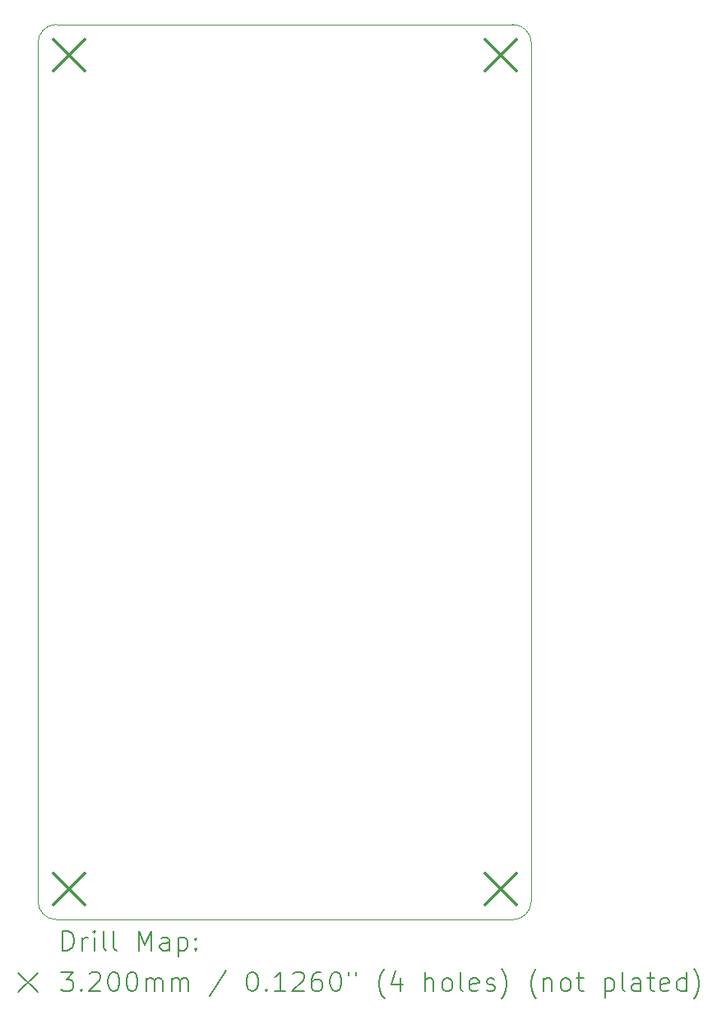
<source format=gbr>
%TF.GenerationSoftware,KiCad,Pcbnew,7.0.6*%
%TF.CreationDate,2023-08-30T11:20:02+03:00*%
%TF.ProjectId,atmegaStepperDriver,61746d65-6761-4537-9465-707065724472,V0.8.2*%
%TF.SameCoordinates,Original*%
%TF.FileFunction,Drillmap*%
%TF.FilePolarity,Positive*%
%FSLAX45Y45*%
G04 Gerber Fmt 4.5, Leading zero omitted, Abs format (unit mm)*
G04 Created by KiCad (PCBNEW 7.0.6) date 2023-08-30 11:20:02*
%MOMM*%
%LPD*%
G01*
G04 APERTURE LIST*
%ADD10C,0.100000*%
%ADD11C,0.200000*%
%ADD12C,0.320000*%
G04 APERTURE END LIST*
D10*
X7239000Y-14224000D02*
G75*
G03*
X7429500Y-14414500I190500J0D01*
G01*
X7429500Y-5207000D02*
G75*
G03*
X7239000Y-5397500I0J-190500D01*
G01*
X12319000Y-14224000D02*
X12319000Y-5397500D01*
X12128500Y-14414500D02*
G75*
G03*
X12319000Y-14224000I0J190500D01*
G01*
X7429500Y-5207000D02*
X12128500Y-5207000D01*
X12319000Y-5397500D02*
G75*
G03*
X12128500Y-5207000I-190500J0D01*
G01*
X12128500Y-14414500D02*
X7429500Y-14414500D01*
X7239000Y-14224000D02*
X7239000Y-5397500D01*
D11*
D12*
X7396500Y-5364500D02*
X7716500Y-5684500D01*
X7716500Y-5364500D02*
X7396500Y-5684500D01*
X7396500Y-13937000D02*
X7716500Y-14257000D01*
X7716500Y-13937000D02*
X7396500Y-14257000D01*
X11841500Y-5364500D02*
X12161500Y-5684500D01*
X12161500Y-5364500D02*
X11841500Y-5684500D01*
X11841500Y-13937000D02*
X12161500Y-14257000D01*
X12161500Y-13937000D02*
X11841500Y-14257000D01*
D11*
X7494777Y-14730984D02*
X7494777Y-14530984D01*
X7494777Y-14530984D02*
X7542396Y-14530984D01*
X7542396Y-14530984D02*
X7570967Y-14540508D01*
X7570967Y-14540508D02*
X7590015Y-14559555D01*
X7590015Y-14559555D02*
X7599539Y-14578603D01*
X7599539Y-14578603D02*
X7609062Y-14616698D01*
X7609062Y-14616698D02*
X7609062Y-14645269D01*
X7609062Y-14645269D02*
X7599539Y-14683365D01*
X7599539Y-14683365D02*
X7590015Y-14702412D01*
X7590015Y-14702412D02*
X7570967Y-14721460D01*
X7570967Y-14721460D02*
X7542396Y-14730984D01*
X7542396Y-14730984D02*
X7494777Y-14730984D01*
X7694777Y-14730984D02*
X7694777Y-14597650D01*
X7694777Y-14635746D02*
X7704301Y-14616698D01*
X7704301Y-14616698D02*
X7713824Y-14607174D01*
X7713824Y-14607174D02*
X7732872Y-14597650D01*
X7732872Y-14597650D02*
X7751920Y-14597650D01*
X7818586Y-14730984D02*
X7818586Y-14597650D01*
X7818586Y-14530984D02*
X7809062Y-14540508D01*
X7809062Y-14540508D02*
X7818586Y-14550031D01*
X7818586Y-14550031D02*
X7828110Y-14540508D01*
X7828110Y-14540508D02*
X7818586Y-14530984D01*
X7818586Y-14530984D02*
X7818586Y-14550031D01*
X7942396Y-14730984D02*
X7923348Y-14721460D01*
X7923348Y-14721460D02*
X7913824Y-14702412D01*
X7913824Y-14702412D02*
X7913824Y-14530984D01*
X8047158Y-14730984D02*
X8028110Y-14721460D01*
X8028110Y-14721460D02*
X8018586Y-14702412D01*
X8018586Y-14702412D02*
X8018586Y-14530984D01*
X8275729Y-14730984D02*
X8275729Y-14530984D01*
X8275729Y-14530984D02*
X8342396Y-14673841D01*
X8342396Y-14673841D02*
X8409063Y-14530984D01*
X8409063Y-14530984D02*
X8409063Y-14730984D01*
X8590015Y-14730984D02*
X8590015Y-14626222D01*
X8590015Y-14626222D02*
X8580491Y-14607174D01*
X8580491Y-14607174D02*
X8561444Y-14597650D01*
X8561444Y-14597650D02*
X8523348Y-14597650D01*
X8523348Y-14597650D02*
X8504301Y-14607174D01*
X8590015Y-14721460D02*
X8570967Y-14730984D01*
X8570967Y-14730984D02*
X8523348Y-14730984D01*
X8523348Y-14730984D02*
X8504301Y-14721460D01*
X8504301Y-14721460D02*
X8494777Y-14702412D01*
X8494777Y-14702412D02*
X8494777Y-14683365D01*
X8494777Y-14683365D02*
X8504301Y-14664317D01*
X8504301Y-14664317D02*
X8523348Y-14654793D01*
X8523348Y-14654793D02*
X8570967Y-14654793D01*
X8570967Y-14654793D02*
X8590015Y-14645269D01*
X8685253Y-14597650D02*
X8685253Y-14797650D01*
X8685253Y-14607174D02*
X8704301Y-14597650D01*
X8704301Y-14597650D02*
X8742396Y-14597650D01*
X8742396Y-14597650D02*
X8761444Y-14607174D01*
X8761444Y-14607174D02*
X8770967Y-14616698D01*
X8770967Y-14616698D02*
X8780491Y-14635746D01*
X8780491Y-14635746D02*
X8780491Y-14692888D01*
X8780491Y-14692888D02*
X8770967Y-14711936D01*
X8770967Y-14711936D02*
X8761444Y-14721460D01*
X8761444Y-14721460D02*
X8742396Y-14730984D01*
X8742396Y-14730984D02*
X8704301Y-14730984D01*
X8704301Y-14730984D02*
X8685253Y-14721460D01*
X8866205Y-14711936D02*
X8875729Y-14721460D01*
X8875729Y-14721460D02*
X8866205Y-14730984D01*
X8866205Y-14730984D02*
X8856682Y-14721460D01*
X8856682Y-14721460D02*
X8866205Y-14711936D01*
X8866205Y-14711936D02*
X8866205Y-14730984D01*
X8866205Y-14607174D02*
X8875729Y-14616698D01*
X8875729Y-14616698D02*
X8866205Y-14626222D01*
X8866205Y-14626222D02*
X8856682Y-14616698D01*
X8856682Y-14616698D02*
X8866205Y-14607174D01*
X8866205Y-14607174D02*
X8866205Y-14626222D01*
X7034000Y-14959500D02*
X7234000Y-15159500D01*
X7234000Y-14959500D02*
X7034000Y-15159500D01*
X7475729Y-14950984D02*
X7599539Y-14950984D01*
X7599539Y-14950984D02*
X7532872Y-15027174D01*
X7532872Y-15027174D02*
X7561443Y-15027174D01*
X7561443Y-15027174D02*
X7580491Y-15036698D01*
X7580491Y-15036698D02*
X7590015Y-15046222D01*
X7590015Y-15046222D02*
X7599539Y-15065269D01*
X7599539Y-15065269D02*
X7599539Y-15112888D01*
X7599539Y-15112888D02*
X7590015Y-15131936D01*
X7590015Y-15131936D02*
X7580491Y-15141460D01*
X7580491Y-15141460D02*
X7561443Y-15150984D01*
X7561443Y-15150984D02*
X7504301Y-15150984D01*
X7504301Y-15150984D02*
X7485253Y-15141460D01*
X7485253Y-15141460D02*
X7475729Y-15131936D01*
X7685253Y-15131936D02*
X7694777Y-15141460D01*
X7694777Y-15141460D02*
X7685253Y-15150984D01*
X7685253Y-15150984D02*
X7675729Y-15141460D01*
X7675729Y-15141460D02*
X7685253Y-15131936D01*
X7685253Y-15131936D02*
X7685253Y-15150984D01*
X7770967Y-14970031D02*
X7780491Y-14960508D01*
X7780491Y-14960508D02*
X7799539Y-14950984D01*
X7799539Y-14950984D02*
X7847158Y-14950984D01*
X7847158Y-14950984D02*
X7866205Y-14960508D01*
X7866205Y-14960508D02*
X7875729Y-14970031D01*
X7875729Y-14970031D02*
X7885253Y-14989079D01*
X7885253Y-14989079D02*
X7885253Y-15008127D01*
X7885253Y-15008127D02*
X7875729Y-15036698D01*
X7875729Y-15036698D02*
X7761443Y-15150984D01*
X7761443Y-15150984D02*
X7885253Y-15150984D01*
X8009062Y-14950984D02*
X8028110Y-14950984D01*
X8028110Y-14950984D02*
X8047158Y-14960508D01*
X8047158Y-14960508D02*
X8056682Y-14970031D01*
X8056682Y-14970031D02*
X8066205Y-14989079D01*
X8066205Y-14989079D02*
X8075729Y-15027174D01*
X8075729Y-15027174D02*
X8075729Y-15074793D01*
X8075729Y-15074793D02*
X8066205Y-15112888D01*
X8066205Y-15112888D02*
X8056682Y-15131936D01*
X8056682Y-15131936D02*
X8047158Y-15141460D01*
X8047158Y-15141460D02*
X8028110Y-15150984D01*
X8028110Y-15150984D02*
X8009062Y-15150984D01*
X8009062Y-15150984D02*
X7990015Y-15141460D01*
X7990015Y-15141460D02*
X7980491Y-15131936D01*
X7980491Y-15131936D02*
X7970967Y-15112888D01*
X7970967Y-15112888D02*
X7961443Y-15074793D01*
X7961443Y-15074793D02*
X7961443Y-15027174D01*
X7961443Y-15027174D02*
X7970967Y-14989079D01*
X7970967Y-14989079D02*
X7980491Y-14970031D01*
X7980491Y-14970031D02*
X7990015Y-14960508D01*
X7990015Y-14960508D02*
X8009062Y-14950984D01*
X8199539Y-14950984D02*
X8218586Y-14950984D01*
X8218586Y-14950984D02*
X8237634Y-14960508D01*
X8237634Y-14960508D02*
X8247158Y-14970031D01*
X8247158Y-14970031D02*
X8256682Y-14989079D01*
X8256682Y-14989079D02*
X8266205Y-15027174D01*
X8266205Y-15027174D02*
X8266205Y-15074793D01*
X8266205Y-15074793D02*
X8256682Y-15112888D01*
X8256682Y-15112888D02*
X8247158Y-15131936D01*
X8247158Y-15131936D02*
X8237634Y-15141460D01*
X8237634Y-15141460D02*
X8218586Y-15150984D01*
X8218586Y-15150984D02*
X8199539Y-15150984D01*
X8199539Y-15150984D02*
X8180491Y-15141460D01*
X8180491Y-15141460D02*
X8170967Y-15131936D01*
X8170967Y-15131936D02*
X8161443Y-15112888D01*
X8161443Y-15112888D02*
X8151920Y-15074793D01*
X8151920Y-15074793D02*
X8151920Y-15027174D01*
X8151920Y-15027174D02*
X8161443Y-14989079D01*
X8161443Y-14989079D02*
X8170967Y-14970031D01*
X8170967Y-14970031D02*
X8180491Y-14960508D01*
X8180491Y-14960508D02*
X8199539Y-14950984D01*
X8351920Y-15150984D02*
X8351920Y-15017650D01*
X8351920Y-15036698D02*
X8361443Y-15027174D01*
X8361443Y-15027174D02*
X8380491Y-15017650D01*
X8380491Y-15017650D02*
X8409063Y-15017650D01*
X8409063Y-15017650D02*
X8428110Y-15027174D01*
X8428110Y-15027174D02*
X8437634Y-15046222D01*
X8437634Y-15046222D02*
X8437634Y-15150984D01*
X8437634Y-15046222D02*
X8447158Y-15027174D01*
X8447158Y-15027174D02*
X8466205Y-15017650D01*
X8466205Y-15017650D02*
X8494777Y-15017650D01*
X8494777Y-15017650D02*
X8513825Y-15027174D01*
X8513825Y-15027174D02*
X8523348Y-15046222D01*
X8523348Y-15046222D02*
X8523348Y-15150984D01*
X8618586Y-15150984D02*
X8618586Y-15017650D01*
X8618586Y-15036698D02*
X8628110Y-15027174D01*
X8628110Y-15027174D02*
X8647158Y-15017650D01*
X8647158Y-15017650D02*
X8675729Y-15017650D01*
X8675729Y-15017650D02*
X8694777Y-15027174D01*
X8694777Y-15027174D02*
X8704301Y-15046222D01*
X8704301Y-15046222D02*
X8704301Y-15150984D01*
X8704301Y-15046222D02*
X8713825Y-15027174D01*
X8713825Y-15027174D02*
X8732872Y-15017650D01*
X8732872Y-15017650D02*
X8761444Y-15017650D01*
X8761444Y-15017650D02*
X8780491Y-15027174D01*
X8780491Y-15027174D02*
X8790015Y-15046222D01*
X8790015Y-15046222D02*
X8790015Y-15150984D01*
X9180491Y-14941460D02*
X9009063Y-15198603D01*
X9437634Y-14950984D02*
X9456682Y-14950984D01*
X9456682Y-14950984D02*
X9475729Y-14960508D01*
X9475729Y-14960508D02*
X9485253Y-14970031D01*
X9485253Y-14970031D02*
X9494777Y-14989079D01*
X9494777Y-14989079D02*
X9504301Y-15027174D01*
X9504301Y-15027174D02*
X9504301Y-15074793D01*
X9504301Y-15074793D02*
X9494777Y-15112888D01*
X9494777Y-15112888D02*
X9485253Y-15131936D01*
X9485253Y-15131936D02*
X9475729Y-15141460D01*
X9475729Y-15141460D02*
X9456682Y-15150984D01*
X9456682Y-15150984D02*
X9437634Y-15150984D01*
X9437634Y-15150984D02*
X9418587Y-15141460D01*
X9418587Y-15141460D02*
X9409063Y-15131936D01*
X9409063Y-15131936D02*
X9399539Y-15112888D01*
X9399539Y-15112888D02*
X9390015Y-15074793D01*
X9390015Y-15074793D02*
X9390015Y-15027174D01*
X9390015Y-15027174D02*
X9399539Y-14989079D01*
X9399539Y-14989079D02*
X9409063Y-14970031D01*
X9409063Y-14970031D02*
X9418587Y-14960508D01*
X9418587Y-14960508D02*
X9437634Y-14950984D01*
X9590015Y-15131936D02*
X9599539Y-15141460D01*
X9599539Y-15141460D02*
X9590015Y-15150984D01*
X9590015Y-15150984D02*
X9580491Y-15141460D01*
X9580491Y-15141460D02*
X9590015Y-15131936D01*
X9590015Y-15131936D02*
X9590015Y-15150984D01*
X9790015Y-15150984D02*
X9675729Y-15150984D01*
X9732872Y-15150984D02*
X9732872Y-14950984D01*
X9732872Y-14950984D02*
X9713825Y-14979555D01*
X9713825Y-14979555D02*
X9694777Y-14998603D01*
X9694777Y-14998603D02*
X9675729Y-15008127D01*
X9866206Y-14970031D02*
X9875729Y-14960508D01*
X9875729Y-14960508D02*
X9894777Y-14950984D01*
X9894777Y-14950984D02*
X9942396Y-14950984D01*
X9942396Y-14950984D02*
X9961444Y-14960508D01*
X9961444Y-14960508D02*
X9970968Y-14970031D01*
X9970968Y-14970031D02*
X9980491Y-14989079D01*
X9980491Y-14989079D02*
X9980491Y-15008127D01*
X9980491Y-15008127D02*
X9970968Y-15036698D01*
X9970968Y-15036698D02*
X9856682Y-15150984D01*
X9856682Y-15150984D02*
X9980491Y-15150984D01*
X10151920Y-14950984D02*
X10113825Y-14950984D01*
X10113825Y-14950984D02*
X10094777Y-14960508D01*
X10094777Y-14960508D02*
X10085253Y-14970031D01*
X10085253Y-14970031D02*
X10066206Y-14998603D01*
X10066206Y-14998603D02*
X10056682Y-15036698D01*
X10056682Y-15036698D02*
X10056682Y-15112888D01*
X10056682Y-15112888D02*
X10066206Y-15131936D01*
X10066206Y-15131936D02*
X10075729Y-15141460D01*
X10075729Y-15141460D02*
X10094777Y-15150984D01*
X10094777Y-15150984D02*
X10132872Y-15150984D01*
X10132872Y-15150984D02*
X10151920Y-15141460D01*
X10151920Y-15141460D02*
X10161444Y-15131936D01*
X10161444Y-15131936D02*
X10170968Y-15112888D01*
X10170968Y-15112888D02*
X10170968Y-15065269D01*
X10170968Y-15065269D02*
X10161444Y-15046222D01*
X10161444Y-15046222D02*
X10151920Y-15036698D01*
X10151920Y-15036698D02*
X10132872Y-15027174D01*
X10132872Y-15027174D02*
X10094777Y-15027174D01*
X10094777Y-15027174D02*
X10075729Y-15036698D01*
X10075729Y-15036698D02*
X10066206Y-15046222D01*
X10066206Y-15046222D02*
X10056682Y-15065269D01*
X10294777Y-14950984D02*
X10313825Y-14950984D01*
X10313825Y-14950984D02*
X10332872Y-14960508D01*
X10332872Y-14960508D02*
X10342396Y-14970031D01*
X10342396Y-14970031D02*
X10351920Y-14989079D01*
X10351920Y-14989079D02*
X10361444Y-15027174D01*
X10361444Y-15027174D02*
X10361444Y-15074793D01*
X10361444Y-15074793D02*
X10351920Y-15112888D01*
X10351920Y-15112888D02*
X10342396Y-15131936D01*
X10342396Y-15131936D02*
X10332872Y-15141460D01*
X10332872Y-15141460D02*
X10313825Y-15150984D01*
X10313825Y-15150984D02*
X10294777Y-15150984D01*
X10294777Y-15150984D02*
X10275729Y-15141460D01*
X10275729Y-15141460D02*
X10266206Y-15131936D01*
X10266206Y-15131936D02*
X10256682Y-15112888D01*
X10256682Y-15112888D02*
X10247158Y-15074793D01*
X10247158Y-15074793D02*
X10247158Y-15027174D01*
X10247158Y-15027174D02*
X10256682Y-14989079D01*
X10256682Y-14989079D02*
X10266206Y-14970031D01*
X10266206Y-14970031D02*
X10275729Y-14960508D01*
X10275729Y-14960508D02*
X10294777Y-14950984D01*
X10437634Y-14950984D02*
X10437634Y-14989079D01*
X10513825Y-14950984D02*
X10513825Y-14989079D01*
X10809063Y-15227174D02*
X10799539Y-15217650D01*
X10799539Y-15217650D02*
X10780491Y-15189079D01*
X10780491Y-15189079D02*
X10770968Y-15170031D01*
X10770968Y-15170031D02*
X10761444Y-15141460D01*
X10761444Y-15141460D02*
X10751920Y-15093841D01*
X10751920Y-15093841D02*
X10751920Y-15055746D01*
X10751920Y-15055746D02*
X10761444Y-15008127D01*
X10761444Y-15008127D02*
X10770968Y-14979555D01*
X10770968Y-14979555D02*
X10780491Y-14960508D01*
X10780491Y-14960508D02*
X10799539Y-14931936D01*
X10799539Y-14931936D02*
X10809063Y-14922412D01*
X10970968Y-15017650D02*
X10970968Y-15150984D01*
X10923349Y-14941460D02*
X10875730Y-15084317D01*
X10875730Y-15084317D02*
X10999539Y-15084317D01*
X11228110Y-15150984D02*
X11228110Y-14950984D01*
X11313825Y-15150984D02*
X11313825Y-15046222D01*
X11313825Y-15046222D02*
X11304301Y-15027174D01*
X11304301Y-15027174D02*
X11285253Y-15017650D01*
X11285253Y-15017650D02*
X11256682Y-15017650D01*
X11256682Y-15017650D02*
X11237634Y-15027174D01*
X11237634Y-15027174D02*
X11228110Y-15036698D01*
X11437634Y-15150984D02*
X11418587Y-15141460D01*
X11418587Y-15141460D02*
X11409063Y-15131936D01*
X11409063Y-15131936D02*
X11399539Y-15112888D01*
X11399539Y-15112888D02*
X11399539Y-15055746D01*
X11399539Y-15055746D02*
X11409063Y-15036698D01*
X11409063Y-15036698D02*
X11418587Y-15027174D01*
X11418587Y-15027174D02*
X11437634Y-15017650D01*
X11437634Y-15017650D02*
X11466206Y-15017650D01*
X11466206Y-15017650D02*
X11485253Y-15027174D01*
X11485253Y-15027174D02*
X11494777Y-15036698D01*
X11494777Y-15036698D02*
X11504301Y-15055746D01*
X11504301Y-15055746D02*
X11504301Y-15112888D01*
X11504301Y-15112888D02*
X11494777Y-15131936D01*
X11494777Y-15131936D02*
X11485253Y-15141460D01*
X11485253Y-15141460D02*
X11466206Y-15150984D01*
X11466206Y-15150984D02*
X11437634Y-15150984D01*
X11618587Y-15150984D02*
X11599539Y-15141460D01*
X11599539Y-15141460D02*
X11590015Y-15122412D01*
X11590015Y-15122412D02*
X11590015Y-14950984D01*
X11770968Y-15141460D02*
X11751920Y-15150984D01*
X11751920Y-15150984D02*
X11713825Y-15150984D01*
X11713825Y-15150984D02*
X11694777Y-15141460D01*
X11694777Y-15141460D02*
X11685253Y-15122412D01*
X11685253Y-15122412D02*
X11685253Y-15046222D01*
X11685253Y-15046222D02*
X11694777Y-15027174D01*
X11694777Y-15027174D02*
X11713825Y-15017650D01*
X11713825Y-15017650D02*
X11751920Y-15017650D01*
X11751920Y-15017650D02*
X11770968Y-15027174D01*
X11770968Y-15027174D02*
X11780491Y-15046222D01*
X11780491Y-15046222D02*
X11780491Y-15065269D01*
X11780491Y-15065269D02*
X11685253Y-15084317D01*
X11856682Y-15141460D02*
X11875730Y-15150984D01*
X11875730Y-15150984D02*
X11913825Y-15150984D01*
X11913825Y-15150984D02*
X11932872Y-15141460D01*
X11932872Y-15141460D02*
X11942396Y-15122412D01*
X11942396Y-15122412D02*
X11942396Y-15112888D01*
X11942396Y-15112888D02*
X11932872Y-15093841D01*
X11932872Y-15093841D02*
X11913825Y-15084317D01*
X11913825Y-15084317D02*
X11885253Y-15084317D01*
X11885253Y-15084317D02*
X11866206Y-15074793D01*
X11866206Y-15074793D02*
X11856682Y-15055746D01*
X11856682Y-15055746D02*
X11856682Y-15046222D01*
X11856682Y-15046222D02*
X11866206Y-15027174D01*
X11866206Y-15027174D02*
X11885253Y-15017650D01*
X11885253Y-15017650D02*
X11913825Y-15017650D01*
X11913825Y-15017650D02*
X11932872Y-15027174D01*
X12009063Y-15227174D02*
X12018587Y-15217650D01*
X12018587Y-15217650D02*
X12037634Y-15189079D01*
X12037634Y-15189079D02*
X12047158Y-15170031D01*
X12047158Y-15170031D02*
X12056682Y-15141460D01*
X12056682Y-15141460D02*
X12066206Y-15093841D01*
X12066206Y-15093841D02*
X12066206Y-15055746D01*
X12066206Y-15055746D02*
X12056682Y-15008127D01*
X12056682Y-15008127D02*
X12047158Y-14979555D01*
X12047158Y-14979555D02*
X12037634Y-14960508D01*
X12037634Y-14960508D02*
X12018587Y-14931936D01*
X12018587Y-14931936D02*
X12009063Y-14922412D01*
X12370968Y-15227174D02*
X12361444Y-15217650D01*
X12361444Y-15217650D02*
X12342396Y-15189079D01*
X12342396Y-15189079D02*
X12332872Y-15170031D01*
X12332872Y-15170031D02*
X12323349Y-15141460D01*
X12323349Y-15141460D02*
X12313825Y-15093841D01*
X12313825Y-15093841D02*
X12313825Y-15055746D01*
X12313825Y-15055746D02*
X12323349Y-15008127D01*
X12323349Y-15008127D02*
X12332872Y-14979555D01*
X12332872Y-14979555D02*
X12342396Y-14960508D01*
X12342396Y-14960508D02*
X12361444Y-14931936D01*
X12361444Y-14931936D02*
X12370968Y-14922412D01*
X12447158Y-15017650D02*
X12447158Y-15150984D01*
X12447158Y-15036698D02*
X12456682Y-15027174D01*
X12456682Y-15027174D02*
X12475730Y-15017650D01*
X12475730Y-15017650D02*
X12504301Y-15017650D01*
X12504301Y-15017650D02*
X12523349Y-15027174D01*
X12523349Y-15027174D02*
X12532872Y-15046222D01*
X12532872Y-15046222D02*
X12532872Y-15150984D01*
X12656682Y-15150984D02*
X12637634Y-15141460D01*
X12637634Y-15141460D02*
X12628111Y-15131936D01*
X12628111Y-15131936D02*
X12618587Y-15112888D01*
X12618587Y-15112888D02*
X12618587Y-15055746D01*
X12618587Y-15055746D02*
X12628111Y-15036698D01*
X12628111Y-15036698D02*
X12637634Y-15027174D01*
X12637634Y-15027174D02*
X12656682Y-15017650D01*
X12656682Y-15017650D02*
X12685253Y-15017650D01*
X12685253Y-15017650D02*
X12704301Y-15027174D01*
X12704301Y-15027174D02*
X12713825Y-15036698D01*
X12713825Y-15036698D02*
X12723349Y-15055746D01*
X12723349Y-15055746D02*
X12723349Y-15112888D01*
X12723349Y-15112888D02*
X12713825Y-15131936D01*
X12713825Y-15131936D02*
X12704301Y-15141460D01*
X12704301Y-15141460D02*
X12685253Y-15150984D01*
X12685253Y-15150984D02*
X12656682Y-15150984D01*
X12780492Y-15017650D02*
X12856682Y-15017650D01*
X12809063Y-14950984D02*
X12809063Y-15122412D01*
X12809063Y-15122412D02*
X12818587Y-15141460D01*
X12818587Y-15141460D02*
X12837634Y-15150984D01*
X12837634Y-15150984D02*
X12856682Y-15150984D01*
X13075730Y-15017650D02*
X13075730Y-15217650D01*
X13075730Y-15027174D02*
X13094777Y-15017650D01*
X13094777Y-15017650D02*
X13132873Y-15017650D01*
X13132873Y-15017650D02*
X13151920Y-15027174D01*
X13151920Y-15027174D02*
X13161444Y-15036698D01*
X13161444Y-15036698D02*
X13170968Y-15055746D01*
X13170968Y-15055746D02*
X13170968Y-15112888D01*
X13170968Y-15112888D02*
X13161444Y-15131936D01*
X13161444Y-15131936D02*
X13151920Y-15141460D01*
X13151920Y-15141460D02*
X13132873Y-15150984D01*
X13132873Y-15150984D02*
X13094777Y-15150984D01*
X13094777Y-15150984D02*
X13075730Y-15141460D01*
X13285253Y-15150984D02*
X13266206Y-15141460D01*
X13266206Y-15141460D02*
X13256682Y-15122412D01*
X13256682Y-15122412D02*
X13256682Y-14950984D01*
X13447158Y-15150984D02*
X13447158Y-15046222D01*
X13447158Y-15046222D02*
X13437634Y-15027174D01*
X13437634Y-15027174D02*
X13418587Y-15017650D01*
X13418587Y-15017650D02*
X13380492Y-15017650D01*
X13380492Y-15017650D02*
X13361444Y-15027174D01*
X13447158Y-15141460D02*
X13428111Y-15150984D01*
X13428111Y-15150984D02*
X13380492Y-15150984D01*
X13380492Y-15150984D02*
X13361444Y-15141460D01*
X13361444Y-15141460D02*
X13351920Y-15122412D01*
X13351920Y-15122412D02*
X13351920Y-15103365D01*
X13351920Y-15103365D02*
X13361444Y-15084317D01*
X13361444Y-15084317D02*
X13380492Y-15074793D01*
X13380492Y-15074793D02*
X13428111Y-15074793D01*
X13428111Y-15074793D02*
X13447158Y-15065269D01*
X13513825Y-15017650D02*
X13590015Y-15017650D01*
X13542396Y-14950984D02*
X13542396Y-15122412D01*
X13542396Y-15122412D02*
X13551920Y-15141460D01*
X13551920Y-15141460D02*
X13570968Y-15150984D01*
X13570968Y-15150984D02*
X13590015Y-15150984D01*
X13732873Y-15141460D02*
X13713825Y-15150984D01*
X13713825Y-15150984D02*
X13675730Y-15150984D01*
X13675730Y-15150984D02*
X13656682Y-15141460D01*
X13656682Y-15141460D02*
X13647158Y-15122412D01*
X13647158Y-15122412D02*
X13647158Y-15046222D01*
X13647158Y-15046222D02*
X13656682Y-15027174D01*
X13656682Y-15027174D02*
X13675730Y-15017650D01*
X13675730Y-15017650D02*
X13713825Y-15017650D01*
X13713825Y-15017650D02*
X13732873Y-15027174D01*
X13732873Y-15027174D02*
X13742396Y-15046222D01*
X13742396Y-15046222D02*
X13742396Y-15065269D01*
X13742396Y-15065269D02*
X13647158Y-15084317D01*
X13913825Y-15150984D02*
X13913825Y-14950984D01*
X13913825Y-15141460D02*
X13894777Y-15150984D01*
X13894777Y-15150984D02*
X13856682Y-15150984D01*
X13856682Y-15150984D02*
X13837634Y-15141460D01*
X13837634Y-15141460D02*
X13828111Y-15131936D01*
X13828111Y-15131936D02*
X13818587Y-15112888D01*
X13818587Y-15112888D02*
X13818587Y-15055746D01*
X13818587Y-15055746D02*
X13828111Y-15036698D01*
X13828111Y-15036698D02*
X13837634Y-15027174D01*
X13837634Y-15027174D02*
X13856682Y-15017650D01*
X13856682Y-15017650D02*
X13894777Y-15017650D01*
X13894777Y-15017650D02*
X13913825Y-15027174D01*
X13990015Y-15227174D02*
X13999539Y-15217650D01*
X13999539Y-15217650D02*
X14018587Y-15189079D01*
X14018587Y-15189079D02*
X14028111Y-15170031D01*
X14028111Y-15170031D02*
X14037634Y-15141460D01*
X14037634Y-15141460D02*
X14047158Y-15093841D01*
X14047158Y-15093841D02*
X14047158Y-15055746D01*
X14047158Y-15055746D02*
X14037634Y-15008127D01*
X14037634Y-15008127D02*
X14028111Y-14979555D01*
X14028111Y-14979555D02*
X14018587Y-14960508D01*
X14018587Y-14960508D02*
X13999539Y-14931936D01*
X13999539Y-14931936D02*
X13990015Y-14922412D01*
M02*

</source>
